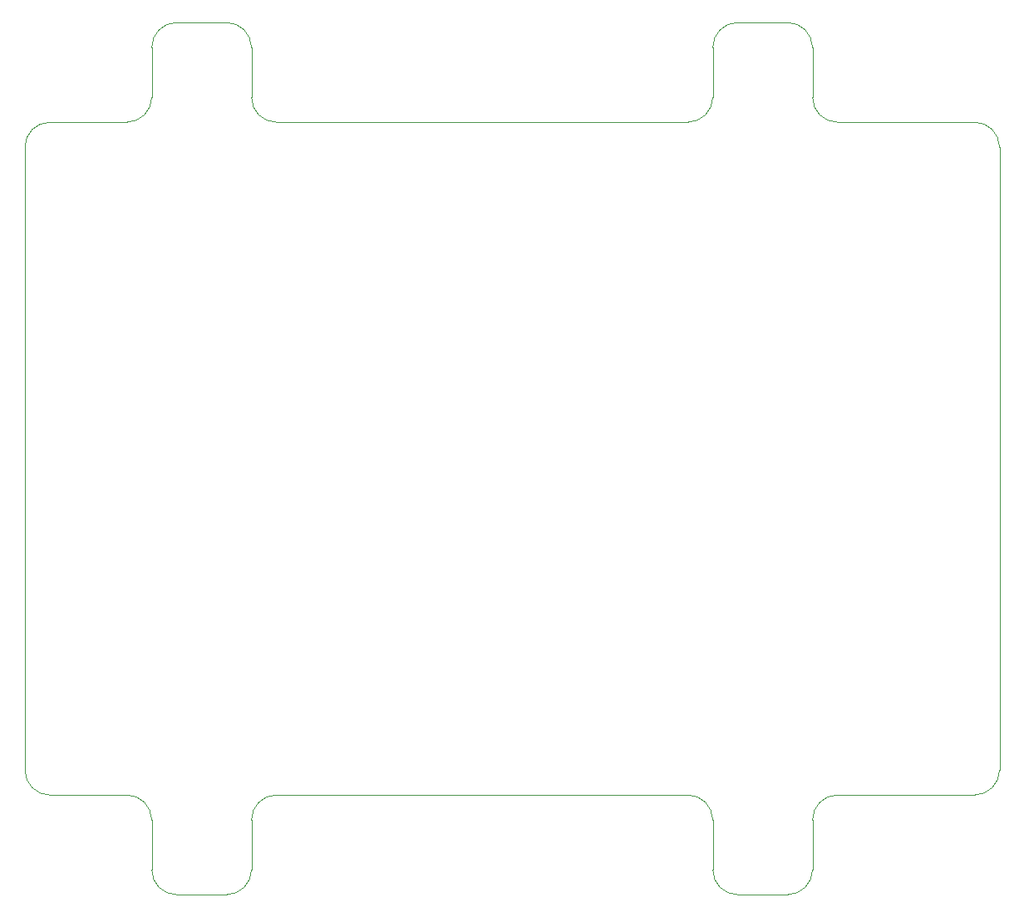
<source format=gm1>
G04 #@! TF.GenerationSoftware,KiCad,Pcbnew,9.0.1*
G04 #@! TF.CreationDate,2025-10-31T13:55:31-04:00*
G04 #@! TF.ProjectId,GHOUL_V1.0,47484f55-4c5f-4563-912e-302e6b696361,rev?*
G04 #@! TF.SameCoordinates,Original*
G04 #@! TF.FileFunction,Profile,NP*
%FSLAX46Y46*%
G04 Gerber Fmt 4.6, Leading zero omitted, Abs format (unit mm)*
G04 Created by KiCad (PCBNEW 9.0.1) date 2025-10-31 13:55:31*
%MOMM*%
%LPD*%
G01*
G04 APERTURE LIST*
G04 #@! TA.AperFunction,Profile*
%ADD10C,0.100000*%
G04 #@! TD*
G04 APERTURE END LIST*
D10*
X134620000Y-66040000D02*
X176530000Y-66040000D01*
X179070000Y-63500000D02*
G75*
G02*
X176530000Y-66040000I-2540000J0D01*
G01*
X191770000Y-134620000D02*
X205740000Y-134620000D01*
X181610000Y-144780000D02*
X186690000Y-144780000D01*
X191770000Y-66040000D02*
G75*
G02*
X189230000Y-63500000I-100J2539900D01*
G01*
X121920000Y-58420000D02*
G75*
G02*
X124460000Y-55880000I2539900J100D01*
G01*
X189230000Y-142240000D02*
X189230000Y-137160000D01*
X208280000Y-132080000D02*
X208280000Y-68580000D01*
X134620000Y-134620000D02*
X176530000Y-134620000D01*
X132080000Y-137160000D02*
G75*
G02*
X134620000Y-134620000I2539900J100D01*
G01*
X132080000Y-142240000D02*
G75*
G02*
X129540000Y-144780000I-2540000J0D01*
G01*
X121920000Y-63500000D02*
G75*
G02*
X119380000Y-66040000I-2540000J0D01*
G01*
X109000000Y-68580000D02*
G75*
G02*
X111540000Y-66040000I2539900J100D01*
G01*
X179070000Y-63500000D02*
X179070000Y-58420000D01*
X179070000Y-58420000D02*
G75*
G02*
X181610000Y-55880000I2539900J100D01*
G01*
X134620000Y-66040000D02*
G75*
G02*
X132080000Y-63500000I-100J2539900D01*
G01*
X124460000Y-144780000D02*
X129540000Y-144780000D01*
X208280000Y-132080000D02*
G75*
G02*
X205740000Y-134620000I-2540000J0D01*
G01*
X179070000Y-137160000D02*
X179070000Y-142240000D01*
X176530000Y-134620000D02*
G75*
G02*
X179070000Y-137160000I-100J-2540100D01*
G01*
X181610000Y-55880000D02*
X186690000Y-55880000D01*
X132080000Y-58420000D02*
X132080000Y-63500000D01*
X119380000Y-134620000D02*
G75*
G02*
X121920000Y-137160000I-100J-2540100D01*
G01*
X189230000Y-58420000D02*
X189230000Y-63500000D01*
X124460000Y-55880000D02*
X129540000Y-55880000D01*
X191770000Y-66040000D02*
X205740000Y-66040000D01*
X181610000Y-144780000D02*
G75*
G02*
X179070000Y-142240000I-100J2539900D01*
G01*
X124460000Y-144780000D02*
G75*
G02*
X121920000Y-142240000I-100J2539900D01*
G01*
X111540000Y-66040000D02*
X119380000Y-66040000D01*
X189230000Y-137160000D02*
G75*
G02*
X191770000Y-134620000I2539900J100D01*
G01*
X111540000Y-134620000D02*
G75*
G02*
X109000000Y-132080000I-100J2539900D01*
G01*
X205740000Y-66040000D02*
G75*
G02*
X208280000Y-68580000I-100J-2540100D01*
G01*
X109000000Y-68580000D02*
X109000000Y-132080100D01*
X132080000Y-142240000D02*
X132080000Y-137160000D01*
X121920000Y-137160000D02*
X121920000Y-142240000D01*
X121920000Y-63500000D02*
X121920000Y-58420000D01*
X186690000Y-55880000D02*
G75*
G02*
X189230000Y-58420000I-100J-2540100D01*
G01*
X111539900Y-134620000D02*
X119380000Y-134620000D01*
X129540000Y-55880000D02*
G75*
G02*
X132080000Y-58420000I-100J-2540100D01*
G01*
X189230000Y-142240000D02*
G75*
G02*
X186690000Y-144780000I-2540000J0D01*
G01*
M02*

</source>
